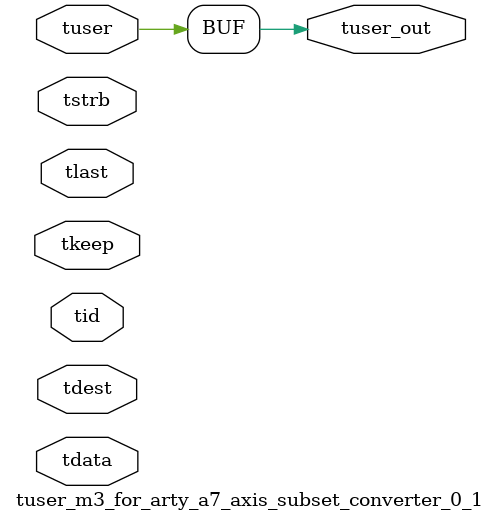
<source format=v>


`timescale 1ps/1ps

module tuser_m3_for_arty_a7_axis_subset_converter_0_1 #
(
parameter C_S_AXIS_TUSER_WIDTH = 1,
parameter C_S_AXIS_TDATA_WIDTH = 32,
parameter C_S_AXIS_TID_WIDTH   = 0,
parameter C_S_AXIS_TDEST_WIDTH = 0,
parameter C_M_AXIS_TUSER_WIDTH = 1
)
(
input  [(C_S_AXIS_TUSER_WIDTH == 0 ? 1 : C_S_AXIS_TUSER_WIDTH)-1:0     ] tuser,
input  [(C_S_AXIS_TDATA_WIDTH == 0 ? 1 : C_S_AXIS_TDATA_WIDTH)-1:0     ] tdata,
input  [(C_S_AXIS_TID_WIDTH   == 0 ? 1 : C_S_AXIS_TID_WIDTH)-1:0       ] tid,
input  [(C_S_AXIS_TDEST_WIDTH == 0 ? 1 : C_S_AXIS_TDEST_WIDTH)-1:0     ] tdest,
input  [(C_S_AXIS_TDATA_WIDTH/8)-1:0 ] tkeep,
input  [(C_S_AXIS_TDATA_WIDTH/8)-1:0 ] tstrb,
input                                                                    tlast,
output [C_M_AXIS_TUSER_WIDTH-1:0] tuser_out
);

assign tuser_out = {tuser[0:0]};

endmodule


</source>
